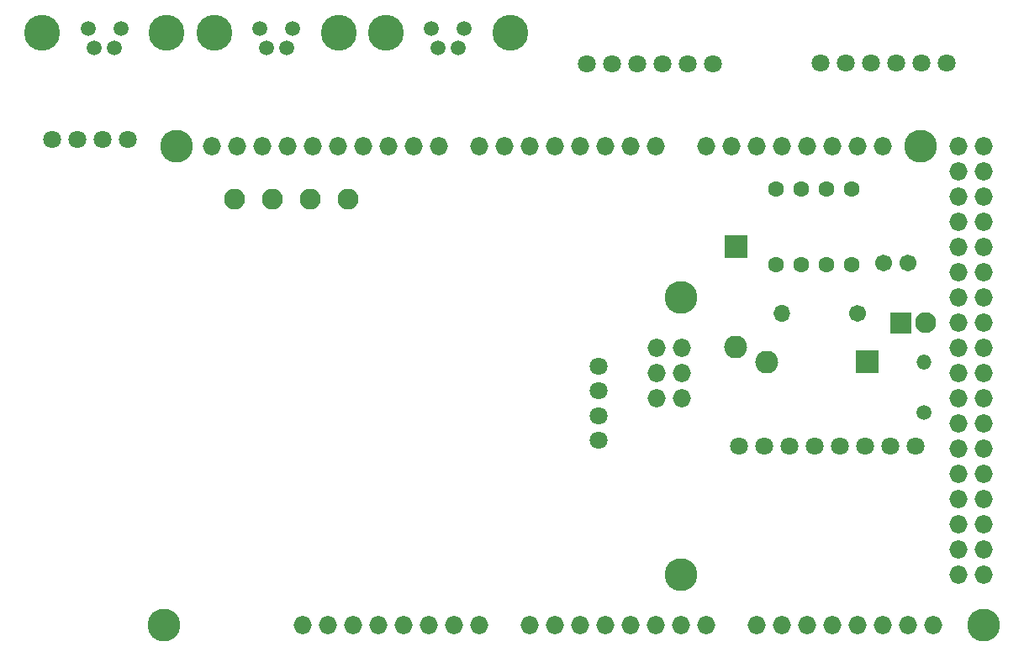
<source format=gbs>
%TF.GenerationSoftware,KiCad,Pcbnew,(5.1.8)-1*%
%TF.CreationDate,2021-01-24T12:13:59-05:00*%
%TF.ProjectId,Mega_Shield,4d656761-5f53-4686-9965-6c642e6b6963,rev?*%
%TF.SameCoordinates,Original*%
%TF.FileFunction,Soldermask,Bot*%
%TF.FilePolarity,Negative*%
%FSLAX46Y46*%
G04 Gerber Fmt 4.6, Leading zero omitted, Abs format (unit mm)*
G04 Created by KiCad (PCBNEW (5.1.8)-1) date 2021-01-24 12:13:59*
%MOMM*%
%LPD*%
G01*
G04 APERTURE LIST*
%ADD10O,1.828800X1.828800*%
%ADD11C,3.301600*%
%ADD12C,1.801600*%
%ADD13C,1.701600*%
%ADD14O,2.101600X2.101600*%
%ADD15O,1.701600X1.701600*%
%ADD16C,1.601600*%
%ADD17O,2.301600X2.301600*%
%ADD18C,2.101600*%
%ADD19C,1.501600*%
%ADD20O,1.501600X1.501600*%
%ADD21C,3.601600*%
G04 APERTURE END LIST*
D10*
%TO.C,XA1*%
X145796000Y-58166000D03*
X178689000Y-81026000D03*
X176149000Y-81026000D03*
X178689000Y-78486000D03*
X176149000Y-78486000D03*
X178689000Y-75946000D03*
X176149000Y-75946000D03*
X178689000Y-73406000D03*
X176149000Y-73406000D03*
X178689000Y-70866000D03*
X176149000Y-70866000D03*
X178689000Y-68326000D03*
X176149000Y-68326000D03*
X178689000Y-65786000D03*
X176149000Y-65786000D03*
X178689000Y-63246000D03*
X176149000Y-63246000D03*
X178689000Y-60706000D03*
X176149000Y-60706000D03*
X178689000Y-58166000D03*
X176149000Y-58166000D03*
X178689000Y-55626000D03*
X176149000Y-55626000D03*
X178689000Y-53086000D03*
X176149000Y-53086000D03*
X178689000Y-50546000D03*
X176149000Y-50546000D03*
X178689000Y-48006000D03*
X176149000Y-48006000D03*
X178689000Y-45466000D03*
X176149000Y-45466000D03*
X178689000Y-42926000D03*
X176149000Y-42926000D03*
X178689000Y-40386000D03*
X176149000Y-40386000D03*
X178689000Y-37846000D03*
X176149000Y-37846000D03*
X173609000Y-86106000D03*
X171069000Y-86106000D03*
X168529000Y-86106000D03*
X165989000Y-86106000D03*
X163449000Y-86106000D03*
X160909000Y-86106000D03*
X158369000Y-86106000D03*
X155829000Y-86106000D03*
X150749000Y-86106000D03*
X148209000Y-86106000D03*
X145669000Y-86106000D03*
X143129000Y-86106000D03*
X140589000Y-86106000D03*
X138049000Y-86106000D03*
X135509000Y-86106000D03*
X110109000Y-86106000D03*
X116205000Y-37846000D03*
X113665000Y-37846000D03*
X111125000Y-37846000D03*
X106045000Y-37846000D03*
X103505000Y-37846000D03*
X100965000Y-37846000D03*
D11*
X96139000Y-86106000D03*
X178689000Y-86106000D03*
X97409000Y-37846000D03*
X172339000Y-37846000D03*
X148209000Y-53086000D03*
X148209000Y-81026000D03*
D10*
X118745000Y-37846000D03*
X121285000Y-37846000D03*
X123825000Y-37846000D03*
X108585000Y-37846000D03*
X127889000Y-37846000D03*
X130429000Y-37846000D03*
X132969000Y-37846000D03*
X135509000Y-37846000D03*
X138049000Y-37846000D03*
X140589000Y-37846000D03*
X143129000Y-37846000D03*
X145669000Y-37846000D03*
X150749000Y-37846000D03*
X153289000Y-37846000D03*
X155829000Y-37846000D03*
X158369000Y-37846000D03*
X160909000Y-37846000D03*
X163449000Y-37846000D03*
X165989000Y-37846000D03*
X168529000Y-37846000D03*
X112649000Y-86106000D03*
X115189000Y-86106000D03*
X117729000Y-86106000D03*
X120269000Y-86106000D03*
X122809000Y-86106000D03*
X125349000Y-86106000D03*
X127889000Y-86106000D03*
X132969000Y-86106000D03*
X148336000Y-58166000D03*
X145796000Y-60706000D03*
X148336000Y-60706000D03*
X148336000Y-63246000D03*
X145796000Y-63246000D03*
%TD*%
D12*
%TO.C,J9*%
X162280600Y-29510900D03*
X164820600Y-29510900D03*
X167360600Y-29510900D03*
X169900600Y-29510900D03*
X172440600Y-29510900D03*
X174980600Y-29510900D03*
%TD*%
D13*
%TO.C,C1*%
X168645200Y-49631600D03*
X171145200Y-49631600D03*
%TD*%
D14*
%TO.C,D3*%
X114681000Y-43180000D03*
X110871000Y-43180000D03*
X107061000Y-43180000D03*
X103251000Y-43180000D03*
%TD*%
D12*
%TO.C,J7*%
X171831000Y-68057000D03*
X169291000Y-68057000D03*
X166751000Y-68057000D03*
X164211000Y-68057000D03*
X161671000Y-68057000D03*
X159131000Y-68057000D03*
X156591000Y-68057000D03*
X154051000Y-68057000D03*
%TD*%
%TO.C,J8*%
X139970800Y-67484000D03*
X139970800Y-65024000D03*
X139970800Y-62484000D03*
X139970800Y-60024000D03*
%TD*%
D15*
%TO.C,R1*%
X158369000Y-54737000D03*
D13*
X165989000Y-54737000D03*
%TD*%
D16*
%TO.C,U1*%
X157835600Y-42164000D03*
X157835600Y-49784000D03*
X160375600Y-42164000D03*
X160375600Y-49784000D03*
X162915600Y-42164000D03*
X162915600Y-49784000D03*
X165455600Y-42164000D03*
X165455600Y-49784000D03*
%TD*%
D12*
%TO.C,J6*%
X151460200Y-29537900D03*
X148920200Y-29537900D03*
X146380200Y-29537900D03*
X143840200Y-29537900D03*
X141300200Y-29537900D03*
X138760200Y-29537900D03*
%TD*%
D17*
%TO.C,D1*%
X156870400Y-59588400D03*
G36*
G01*
X168181200Y-58488400D02*
X168181200Y-60688400D01*
G75*
G02*
X168130400Y-60739200I-50800J0D01*
G01*
X165930400Y-60739200D01*
G75*
G02*
X165879600Y-60688400I0J50800D01*
G01*
X165879600Y-58488400D01*
G75*
G02*
X165930400Y-58437600I50800J0D01*
G01*
X168130400Y-58437600D01*
G75*
G02*
X168181200Y-58488400I0J-50800D01*
G01*
G37*
%TD*%
%TO.C,D2*%
X153771600Y-58115200D03*
G36*
G01*
X152671600Y-46804400D02*
X154871600Y-46804400D01*
G75*
G02*
X154922400Y-46855200I0J-50800D01*
G01*
X154922400Y-49055200D01*
G75*
G02*
X154871600Y-49106000I-50800J0D01*
G01*
X152671600Y-49106000D01*
G75*
G02*
X152620800Y-49055200I0J50800D01*
G01*
X152620800Y-46855200D01*
G75*
G02*
X152671600Y-46804400I50800J0D01*
G01*
G37*
%TD*%
D12*
%TO.C,J2*%
X92506800Y-37187900D03*
X89966800Y-37187900D03*
X87426800Y-37187900D03*
X84886800Y-37187900D03*
%TD*%
D18*
%TO.C,D4*%
X172923200Y-55676800D03*
G36*
G01*
X169332400Y-56676800D02*
X169332400Y-54676800D01*
G75*
G02*
X169383200Y-54626000I50800J0D01*
G01*
X171383200Y-54626000D01*
G75*
G02*
X171434000Y-54676800I0J-50800D01*
G01*
X171434000Y-56676800D01*
G75*
G02*
X171383200Y-56727600I-50800J0D01*
G01*
X169383200Y-56727600D01*
G75*
G02*
X169332400Y-56676800I0J50800D01*
G01*
G37*
%TD*%
D19*
%TO.C,R2*%
X172720000Y-64668400D03*
D20*
X172720000Y-59588400D03*
%TD*%
D19*
%TO.C,J1*%
X125764800Y-27916800D03*
X123764800Y-27916800D03*
X123114800Y-25966800D03*
X126414800Y-25966800D03*
D21*
X118514800Y-26466800D03*
X131014800Y-26466800D03*
%TD*%
D19*
%TO.C,J3*%
X91170000Y-27916800D03*
X89170000Y-27916800D03*
X88520000Y-25966800D03*
X91820000Y-25966800D03*
D21*
X83920000Y-26466800D03*
X96420000Y-26466800D03*
%TD*%
%TO.C,J4*%
X113742800Y-26466800D03*
X101242800Y-26466800D03*
D19*
X109142800Y-25966800D03*
X105842800Y-25966800D03*
X106492800Y-27916800D03*
X108492800Y-27916800D03*
%TD*%
M02*

</source>
